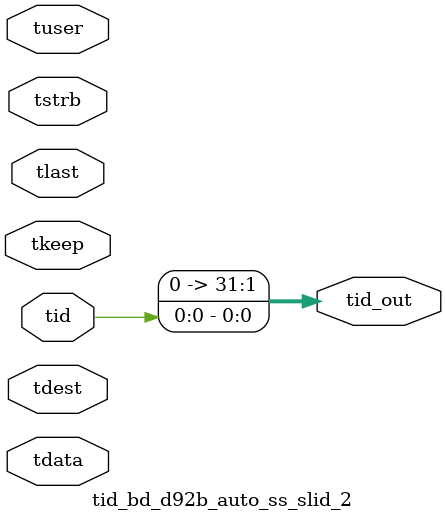
<source format=v>


`timescale 1ps/1ps

module tid_bd_d92b_auto_ss_slid_2 #
(
parameter C_S_AXIS_TID_WIDTH   = 1,
parameter C_S_AXIS_TUSER_WIDTH = 0,
parameter C_S_AXIS_TDATA_WIDTH = 0,
parameter C_S_AXIS_TDEST_WIDTH = 0,
parameter C_M_AXIS_TID_WIDTH   = 32
)
(
input  [(C_S_AXIS_TID_WIDTH   == 0 ? 1 : C_S_AXIS_TID_WIDTH)-1:0       ] tid,
input  [(C_S_AXIS_TDATA_WIDTH == 0 ? 1 : C_S_AXIS_TDATA_WIDTH)-1:0     ] tdata,
input  [(C_S_AXIS_TUSER_WIDTH == 0 ? 1 : C_S_AXIS_TUSER_WIDTH)-1:0     ] tuser,
input  [(C_S_AXIS_TDEST_WIDTH == 0 ? 1 : C_S_AXIS_TDEST_WIDTH)-1:0     ] tdest,
input  [(C_S_AXIS_TDATA_WIDTH/8)-1:0 ] tkeep,
input  [(C_S_AXIS_TDATA_WIDTH/8)-1:0 ] tstrb,
input                                                                    tlast,
output [(C_M_AXIS_TID_WIDTH   == 0 ? 1 : C_M_AXIS_TID_WIDTH)-1:0       ] tid_out
);

assign tid_out = {tid[0:0]};

endmodule


</source>
